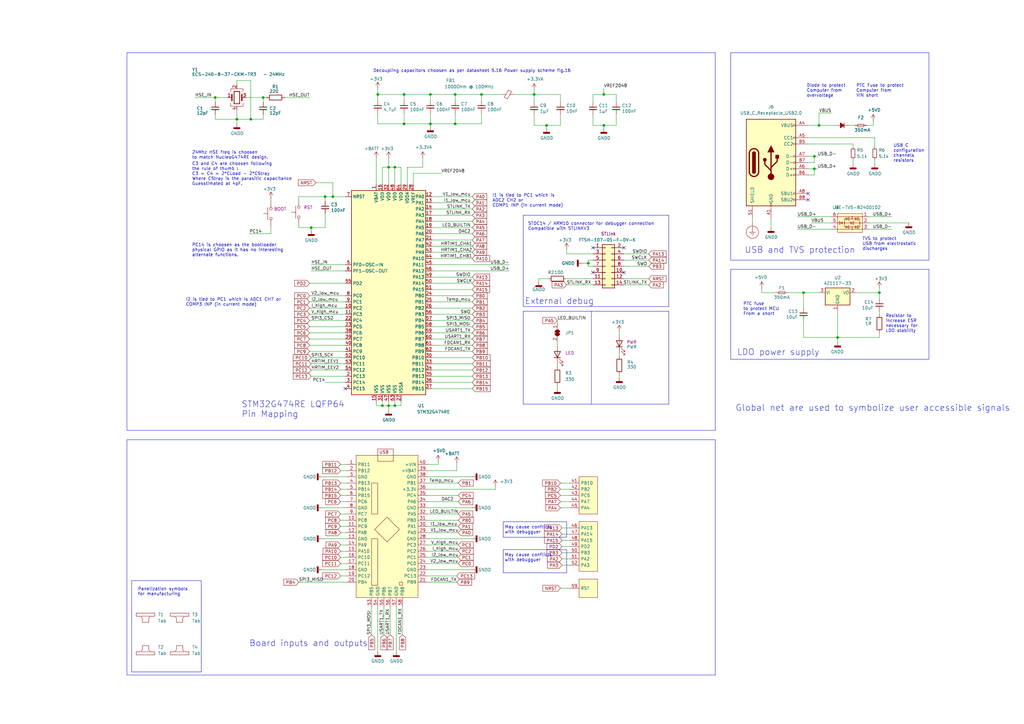
<source format=kicad_sch>
(kicad_sch (version 20230121) (generator eeschema)
  (paper "A3")
  (title_block (title "SPIN V1.0.0") (date "2021-06-04") (company "https://gitlab.laas.fr/owntech/boards/SPIN") (comment 1 "Alinei") (comment 2 "Villa") (comment 3 "Villa") (comment 4 "GFE"))
  (junction (at 154.94 38.735))
  (junction (at 161.925 68.58))
  (junction (at 159.385 166.37))
  (junction (at 165.735 38.735))
  (junction (at 329.565 120.015))
  (junction (at 161.925 166.37))
  (junction (at 176.53 50.8))
  (junction (at 334.01 69.215))
  (junction (at 159.385 68.58))
  (junction (at 197.485 38.735))
  (junction (at 186.69 38.735))
  (junction (at 360.68 120.015))
  (junction (at 224.155 51.435))
  (junction (at 335.915 51.435))
  (junction (at 219.075 38.735))
  (junction (at 133.35 80.645))
  (junction (at 343.535 138.43))
  (junction (at 97.155 48.895))
  (junction (at 176.53 38.735))
  (junction (at 88.265 40.005))
  (junction (at 334.01 64.135))
  (junction (at 156.845 166.37))
  (junction (at 107.95 40.005))
  (junction (at 186.69 50.8))
  (junction (at 136.525 80.645))
  (junction (at 165.735 50.8))
  (junction (at 247.65 38.735))
  (junction (at 241.3 107.95))
  (junction (at 127.635 93.345))
  (junction (at 102.87 48.895))
  (junction (at 247.65 51.435))
  (no_connect (at 331.47 81.915))
  (no_connect (at 331.47 79.375))
  (no_connect (at 255.905 101.6))
  (no_connect (at 255.905 111.76))
  (no_connect (at 243.205 111.76))
  (no_connect (at 243.205 101.6))
  (no_connect (at 141.605 159.385))
  (wire (pts (xy 111.125 81.28) (xy 111.125 82.55)))
  (polyline (pts (xy 274.32 127.635) (xy 274.32 165.735)))
  (wire (pts (xy 243.205 38.735) (xy 247.65 38.735)))
  (wire (pts (xy 175.26 190.5) (xy 179.705 190.5)))
  (wire (pts (xy 88.265 40.005) (xy 93.345 40.005)))
  (wire (pts (xy 334.01 69.215) (xy 335.28 69.215)))
  (wire (pts (xy 219.075 46.99) (xy 219.075 51.435)))
  (wire (pts (xy 254 144.78) (xy 254 146.05)))
  (wire (pts (xy 156.845 68.58) (xy 159.385 68.58)))
  (wire (pts (xy 161.925 164.465) (xy 161.925 166.37)))
  (wire (pts (xy 193.675 220.98) (xy 175.26 220.98)))
  (wire (pts (xy 154.94 46.355) (xy 154.94 50.8)))
  (wire (pts (xy 340.995 46.355) (xy 335.915 46.355)))
  (wire (pts (xy 88.265 41.91) (xy 88.265 40.005)))
  (wire (pts (xy 154.94 38.735) (xy 154.94 41.275)))
  (wire (pts (xy 177.165 80.645) (xy 193.675 80.645)))
  (wire (pts (xy 80.01 40.005) (xy 88.265 40.005)))
  (wire (pts (xy 331.47 56.515) (xy 358.775 56.515)))
  (wire (pts (xy 139.7 215.9) (xy 142.24 215.9)))
  (wire (pts (xy 139.7 210.82) (xy 142.24 210.82)))
  (polyline (pts (xy 299.72 110.49) (xy 381 110.49)))
  (wire (pts (xy 176.53 50.8) (xy 176.53 52.07)))
  (wire (pts (xy 154.305 164.465) (xy 154.305 166.37)))
  (wire (pts (xy 177.165 111.125) (xy 208.915 111.125)))
  (wire (pts (xy 335.915 120.015) (xy 329.565 120.015)))
  (wire (pts (xy 219.075 38.735) (xy 219.075 36.83)))
  (wire (pts (xy 266.065 104.14) (xy 255.905 104.14)))
  (wire (pts (xy 139.7 200.66) (xy 142.24 200.66)))
  (wire (pts (xy 139.7 228.6) (xy 142.24 228.6)))
  (wire (pts (xy 177.165 126.365) (xy 193.675 126.365)))
  (wire (pts (xy 161.925 75.565) (xy 161.925 68.58)))
  (wire (pts (xy 127 141.605) (xy 141.605 141.605)))
  (wire (pts (xy 116.84 40.005) (xy 127 40.005)))
  (wire (pts (xy 177.165 151.765) (xy 193.675 151.765)))
  (wire (pts (xy 176.53 50.8) (xy 186.69 50.8)))
  (wire (pts (xy 219.075 51.435) (xy 224.155 51.435)))
  (wire (pts (xy 127.635 108.585) (xy 141.605 108.585)))
  (wire (pts (xy 343.535 127.635) (xy 343.535 138.43)))
  (wire (pts (xy 241.3 106.68) (xy 241.3 107.95)))
  (wire (pts (xy 97.155 34.925) (xy 97.155 33.02)))
  (wire (pts (xy 176.53 38.735) (xy 186.69 38.735)))
  (wire (pts (xy 127.635 151.765) (xy 141.605 151.765)))
  (wire (pts (xy 175.26 203.2) (xy 187.96 203.2)))
  (wire (pts (xy 332.74 91.44) (xy 340.995 91.44)))
  (wire (pts (xy 156.845 164.465) (xy 156.845 166.37)))
  (wire (pts (xy 175.26 215.9) (xy 187.96 215.9)))
  (wire (pts (xy 111.125 92.71) (xy 111.125 95.885)))
  (wire (pts (xy 177.165 85.725) (xy 193.675 85.725)))
  (wire (pts (xy 132.08 195.58) (xy 142.24 195.58)))
  (wire (pts (xy 169.545 75.565) (xy 169.545 71.12)))
  (wire (pts (xy 139.7 198.12) (xy 142.24 198.12)))
  (wire (pts (xy 335.915 51.435) (xy 342.9 51.435)))
  (polyline (pts (xy 381 110.49) (xy 381 147.32)))
  (wire (pts (xy 247.65 36.195) (xy 247.65 38.735)))
  (wire (pts (xy 230.505 229.235) (xy 233.68 229.235)))
  (wire (pts (xy 139.7 226.06) (xy 142.24 226.06)))
  (wire (pts (xy 175.26 200.66) (xy 203.2 200.66)))
  (wire (pts (xy 139.7 193.04) (xy 142.24 193.04)))
  (wire (pts (xy 232.41 102.235) (xy 232.41 104.14)))
  (polyline (pts (xy 214.63 165.735) (xy 214.63 127.635)))
  (wire (pts (xy 142.24 190.5) (xy 139.7 190.5)))
  (polyline (pts (xy 214.63 127.635) (xy 274.32 127.635)))
  (wire (pts (xy 347.98 51.435) (xy 350.52 51.435)))
  (wire (pts (xy 229.87 46.99) (xy 229.87 51.435)))
  (wire (pts (xy 238.76 107.95) (xy 241.3 107.95)))
  (wire (pts (xy 127 128.905) (xy 141.605 128.905)))
  (wire (pts (xy 193.675 144.145) (xy 177.165 144.145)))
  (wire (pts (xy 252.73 38.735) (xy 252.73 41.91)))
  (wire (pts (xy 331.47 64.135) (xy 334.01 64.135)))
  (wire (pts (xy 162.56 267.335) (xy 162.56 248.92)))
  (wire (pts (xy 228.6 140.335) (xy 228.6 141.605)))
  (wire (pts (xy 197.485 38.735) (xy 205.74 38.735)))
  (wire (pts (xy 127.635 111.125) (xy 141.605 111.125)))
  (wire (pts (xy 312.42 118.11) (xy 312.42 120.015)))
  (wire (pts (xy 127 121.285) (xy 141.605 121.285)))
  (wire (pts (xy 177.165 149.225) (xy 193.675 149.225)))
  (wire (pts (xy 203.2 199.39) (xy 203.2 200.66)))
  (wire (pts (xy 349.885 65.405) (xy 349.885 67.31)))
  (wire (pts (xy 139.7 236.22) (xy 142.24 236.22)))
  (wire (pts (xy 193.675 136.525) (xy 177.165 136.525)))
  (wire (pts (xy 175.26 231.14) (xy 187.96 231.14)))
  (wire (pts (xy 177.165 131.445) (xy 193.675 131.445)))
  (wire (pts (xy 329.565 131.445) (xy 329.565 138.43)))
  (wire (pts (xy 132.08 220.98) (xy 142.24 220.98)))
  (wire (pts (xy 102.235 95.885) (xy 111.125 95.885)))
  (wire (pts (xy 177.165 98.425) (xy 193.675 98.425)))
  (wire (pts (xy 177.165 90.805) (xy 193.675 90.805)))
  (wire (pts (xy 133.35 156.845) (xy 141.605 156.845)))
  (wire (pts (xy 228.6 158.115) (xy 228.6 159.385)))
  (wire (pts (xy 139.7 213.36) (xy 142.24 213.36)))
  (wire (pts (xy 175.26 228.6) (xy 187.96 228.6)))
  (wire (pts (xy 229.87 205.74) (xy 233.68 205.74)))
  (wire (pts (xy 343.535 138.43) (xy 360.68 138.43)))
  (wire (pts (xy 175.26 226.06) (xy 187.96 226.06)))
  (polyline (pts (xy 381 147.32) (xy 299.72 147.32)))
  (wire (pts (xy 97.155 45.085) (xy 97.155 48.895)))
  (wire (pts (xy 127 139.065) (xy 141.605 139.065)))
  (wire (pts (xy 243.205 46.99) (xy 243.205 51.435)))
  (wire (pts (xy 177.165 139.065) (xy 193.675 139.065)))
  (wire (pts (xy 127 144.145) (xy 141.605 144.145)))
  (wire (pts (xy 241.3 109.22) (xy 243.205 109.22)))
  (wire (pts (xy 165.735 50.8) (xy 176.53 50.8)))
  (wire (pts (xy 230.505 216.535) (xy 233.68 216.535)))
  (wire (pts (xy 186.69 46.355) (xy 186.69 50.8)))
  (wire (pts (xy 157.48 248.92) (xy 157.48 260.35)))
  (wire (pts (xy 230.505 224.155) (xy 233.68 224.155)))
  (wire (pts (xy 349.885 59.055) (xy 349.885 60.325)))
  (wire (pts (xy 197.485 50.8) (xy 197.485 46.355)))
  (wire (pts (xy 122.555 93.345) (xy 122.555 92.075)))
  (wire (pts (xy 229.87 38.735) (xy 219.075 38.735)))
  (wire (pts (xy 177.165 141.605) (xy 193.675 141.605)))
  (wire (pts (xy 165.735 46.355) (xy 165.735 50.8)))
  (wire (pts (xy 232.41 114.3) (xy 243.205 114.3)))
  (wire (pts (xy 179.705 189.23) (xy 179.705 190.5)))
  (wire (pts (xy 177.165 128.905) (xy 193.675 128.905)))
  (wire (pts (xy 165.1 248.92) (xy 165.1 260.35)))
  (wire (pts (xy 177.165 108.585) (xy 208.915 108.585)))
  (wire (pts (xy 219.075 41.91) (xy 219.075 38.735)))
  (wire (pts (xy 139.7 205.74) (xy 142.24 205.74)))
  (wire (pts (xy 152.4 260.35) (xy 152.4 248.92)))
  (wire (pts (xy 136.525 74.93) (xy 136.525 80.645)))
  (wire (pts (xy 312.42 120.015) (xy 318.135 120.015)))
  (wire (pts (xy 327.025 93.98) (xy 340.995 93.98)))
  (wire (pts (xy 173.355 68.58) (xy 167.005 68.58)))
  (wire (pts (xy 255.905 114.3) (xy 266.065 114.3)))
  (wire (pts (xy 177.165 118.745) (xy 193.675 118.745)))
  (wire (pts (xy 360.68 127.635) (xy 360.68 128.905)))
  (wire (pts (xy 193.675 233.68) (xy 175.26 233.68)))
  (wire (pts (xy 177.165 100.965) (xy 193.675 100.965)))
  (wire (pts (xy 193.675 88.265) (xy 177.165 88.265)))
  (wire (pts (xy 175.26 238.76) (xy 187.325 238.76)))
  (wire (pts (xy 175.26 213.36) (xy 187.96 213.36)))
  (wire (pts (xy 243.205 41.91) (xy 243.205 38.735)))
  (wire (pts (xy 100.965 40.005) (xy 107.95 40.005)))
  (wire (pts (xy 133.35 80.645) (xy 122.555 80.645)))
  (wire (pts (xy 154.94 38.735) (xy 165.735 38.735)))
  (wire (pts (xy 334.01 66.675) (xy 334.01 64.135)))
  (wire (pts (xy 329.565 138.43) (xy 343.535 138.43)))
  (wire (pts (xy 334.01 64.135) (xy 335.28 64.135)))
  (wire (pts (xy 356.235 88.9) (xy 365.76 88.9)))
  (wire (pts (xy 229.87 241.3) (xy 233.68 241.3)))
  (wire (pts (xy 141.605 149.225) (xy 127.635 149.225)))
  (wire (pts (xy 122.555 80.645) (xy 122.555 81.915)))
  (wire (pts (xy 331.47 66.675) (xy 334.01 66.675)))
  (wire (pts (xy 230.505 219.075) (xy 233.68 219.075)))
  (wire (pts (xy 176.53 46.355) (xy 176.53 50.8)))
  (wire (pts (xy 127 126.365) (xy 141.605 126.365)))
  (wire (pts (xy 360.68 120.015) (xy 360.68 122.555)))
  (wire (pts (xy 186.69 50.8) (xy 197.485 50.8)))
  (wire (pts (xy 164.465 166.37) (xy 164.465 164.465)))
  (wire (pts (xy 228.6 131.445) (xy 228.6 132.715)))
  (wire (pts (xy 175.26 236.22) (xy 187.325 236.22)))
  (wire (pts (xy 127 123.825) (xy 141.605 123.825)))
  (wire (pts (xy 241.3 107.95) (xy 241.3 109.22)))
  (wire (pts (xy 334.01 71.755) (xy 334.01 69.215)))
  (polyline (pts (xy 274.32 125.73) (xy 274.32 88.265)))
  (wire (pts (xy 308.61 89.535) (xy 308.61 91.44)))
  (wire (pts (xy 102.87 48.895) (xy 107.95 48.895)))
  (wire (pts (xy 156.845 166.37) (xy 159.385 166.37)))
  (wire (pts (xy 139.7 223.52) (xy 142.24 223.52)))
  (wire (pts (xy 127 136.525) (xy 141.605 136.525)))
  (wire (pts (xy 224.155 51.435) (xy 224.155 52.705)))
  (wire (pts (xy 159.385 166.37) (xy 161.925 166.37)))
  (wire (pts (xy 164.465 75.565) (xy 164.465 68.58)))
  (polyline (pts (xy 299.72 110.49) (xy 299.72 147.32)))
  (wire (pts (xy 224.155 51.435) (xy 229.87 51.435)))
  (wire (pts (xy 154.94 50.8) (xy 165.735 50.8)))
  (wire (pts (xy 254 135.89) (xy 254 137.16)))
  (polyline (pts (xy 214.63 125.73) (xy 274.32 125.73)))
  (wire (pts (xy 177.165 106.045) (xy 193.675 106.045)))
  (wire (pts (xy 220.98 114.3) (xy 220.98 115.57)))
  (wire (pts (xy 129.54 74.93) (xy 136.525 74.93)))
  (wire (pts (xy 141.605 80.645) (xy 136.525 80.645)))
  (wire (pts (xy 229.87 208.28) (xy 233.68 208.28)))
  (wire (pts (xy 127 131.445) (xy 141.605 131.445)))
  (wire (pts (xy 335.915 46.355) (xy 335.915 51.435)))
  (wire (pts (xy 154.94 38.735) (xy 154.94 36.195)))
  (wire (pts (xy 177.165 133.985) (xy 193.675 133.985)))
  (wire (pts (xy 177.165 95.885) (xy 193.675 95.885)))
  (wire (pts (xy 360.68 118.11) (xy 360.68 120.015)))
  (wire (pts (xy 132.08 208.28) (xy 142.24 208.28)))
  (wire (pts (xy 159.385 168.275) (xy 159.385 166.37)))
  (wire (pts (xy 177.165 123.825) (xy 193.675 123.825)))
  (wire (pts (xy 220.98 114.3) (xy 224.79 114.3)))
  (wire (pts (xy 351.155 120.015) (xy 360.68 120.015)))
  (wire (pts (xy 243.205 51.435) (xy 247.65 51.435)))
  (wire (pts (xy 159.385 75.565) (xy 159.385 68.58)))
  (wire (pts (xy 230.505 226.695) (xy 233.68 226.695)))
  (wire (pts (xy 229.87 203.2) (xy 233.68 203.2)))
  (wire (pts (xy 247.65 52.705) (xy 247.65 51.435)))
  (wire (pts (xy 247.65 51.435) (xy 252.73 51.435)))
  (wire (pts (xy 159.385 164.465) (xy 159.385 166.37)))
  (wire (pts (xy 107.95 40.005) (xy 107.95 41.91)))
  (wire (pts (xy 139.7 231.14) (xy 142.24 231.14)))
  (wire (pts (xy 175.26 223.52) (xy 187.96 223.52)))
  (wire (pts (xy 356.235 91.44) (xy 372.745 91.44)))
  (wire (pts (xy 229.87 198.12) (xy 233.68 198.12)))
  (wire (pts (xy 232.41 116.84) (xy 243.205 116.84)))
  (wire (pts (xy 161.925 166.37) (xy 164.465 166.37)))
  (wire (pts (xy 177.165 156.845) (xy 193.675 156.845)))
  (wire (pts (xy 358.775 56.515) (xy 358.775 60.325)))
  (wire (pts (xy 266.065 116.84) (xy 255.905 116.84)))
  (wire (pts (xy 160.02 248.92) (xy 160.02 260.35)))
  (wire (pts (xy 177.165 113.665) (xy 193.675 113.665)))
  (wire (pts (xy 133.35 87.63) (xy 133.35 93.345)))
  (wire (pts (xy 175.26 205.74) (xy 187.96 205.74)))
  (wire (pts (xy 177.165 103.505) (xy 193.675 103.505)))
  (wire (pts (xy 228.6 149.225) (xy 228.6 150.495)))
  (wire (pts (xy 230.505 221.615) (xy 233.68 221.615)))
  (wire (pts (xy 177.165 159.385) (xy 193.675 159.385)))
  (wire (pts (xy 254 153.67) (xy 254 154.94)))
  (wire (pts (xy 169.545 71.12) (xy 180.975 71.12)))
  (wire (pts (xy 127.635 154.305) (xy 141.605 154.305)))
  (wire (pts (xy 193.675 208.28) (xy 175.26 208.28)))
  (wire (pts (xy 175.26 198.12) (xy 187.96 198.12)))
  (wire (pts (xy 243.205 106.68) (xy 241.3 106.68)))
  (polyline (pts (xy 242.57 127.635) (xy 242.57 165.735)))
  (wire (pts (xy 360.68 136.525) (xy 360.68 138.43)))
  (wire (pts (xy 165.735 38.735) (xy 176.53 38.735)))
  (wire (pts (xy 229.87 200.66) (xy 233.68 200.66)))
  (wire (pts (xy 176.53 41.275) (xy 176.53 38.735)))
  (wire (pts (xy 127 116.205) (xy 141.605 116.205)))
  (wire (pts (xy 316.23 89.535) (xy 316.23 93.345)))
  (wire (pts (xy 331.47 51.435) (xy 335.915 51.435)))
  (wire (pts (xy 154.94 267.335) (xy 154.94 248.92)))
  (wire (pts (xy 132.08 233.68) (xy 142.24 233.68)))
  (wire (pts (xy 154.305 166.37) (xy 156.845 166.37)))
  (wire (pts (xy 133.35 80.645) (xy 136.525 80.645)))
  (wire (pts (xy 266.065 106.68) (xy 255.905 106.68)))
  (wire (pts (xy 109.22 40.005) (xy 107.95 40.005)))
  (wire (pts (xy 139.7 218.44) (xy 142.24 218.44)))
  (wire (pts (xy 358.14 49.53) (xy 358.14 51.435)))
  (wire (pts (xy 127.635 93.345) (xy 122.555 93.345)))
  (wire (pts (xy 193.675 195.58) (xy 175.26 195.58)))
  (wire (pts (xy 230.505 231.775) (xy 233.68 231.775)))
  (polyline (pts (xy 214.63 88.265) (xy 214.63 125.73)))
  (wire (pts (xy 331.47 59.055) (xy 349.885 59.055)))
  (wire (pts (xy 97.155 48.895) (xy 102.87 48.895)))
  (wire (pts (xy 165.735 41.275) (xy 165.735 38.735)))
  (wire (pts (xy 331.47 71.755) (xy 334.01 71.755)))
  (wire (pts (xy 133.35 80.645) (xy 133.35 82.55)))
  (wire (pts (xy 331.47 69.215) (xy 334.01 69.215)))
  (wire (pts (xy 156.845 68.58) (xy 156.845 75.565)))
  (wire (pts (xy 177.165 116.205) (xy 193.675 116.205)))
  (wire (pts (xy 107.95 48.895) (xy 107.95 46.99)))
  (wire (pts (xy 329.565 126.365) (xy 329.565 120.015)))
  (wire (pts (xy 255.905 109.22) (xy 266.065 109.22)))
  (wire (pts (xy 88.265 48.895) (xy 97.155 48.895)))
  (wire (pts (xy 133.35 93.345) (xy 127.635 93.345)))
  (wire (pts (xy 102.87 33.02) (xy 102.87 48.895)))
  (wire (pts (xy 175.26 218.44) (xy 187.96 218.44)))
  (wire (pts (xy 247.65 38.735) (xy 252.73 38.735)))
  (wire (pts (xy 175.26 210.82) (xy 187.96 210.82)))
  (wire (pts (xy 197.485 38.735) (xy 197.485 41.275)))
  (wire (pts (xy 154.305 64.77) (xy 154.305 75.565)))
  (wire (pts (xy 161.925 68.58) (xy 164.465 68.58)))
  (wire (pts (xy 173.355 64.77) (xy 173.355 68.58)))
  (wire (pts (xy 177.165 121.285) (xy 193.675 121.285)))
  (wire (pts (xy 358.775 65.405) (xy 358.775 67.31)))
  (wire (pts (xy 167.005 68.58) (xy 167.005 75.565)))
  (wire (pts (xy 127 133.985) (xy 141.605 133.985)))
  (wire (pts (xy 210.82 38.735) (xy 219.075 38.735)))
  (wire (pts (xy 355.6 51.435) (xy 358.14 51.435)))
  (polyline (pts (xy 274.32 88.265) (xy 214.63 88.265)))
  (wire (pts (xy 127.635 94.615) (xy 127.635 93.345)))
  (wire (pts (xy 177.165 83.185) (xy 193.675 83.185)))
  (wire (pts (xy 187.325 193.04) (xy 175.26 193.04)))
  (wire (pts (xy 343.535 138.43) (xy 343.535 140.335)))
  (wire (pts (xy 141.605 146.685) (xy 127.635 146.685)))
  (polyline (pts (xy 214.63 165.735) (xy 274.32 165.735)))
  (wire (pts (xy 356.235 93.98) (xy 365.76 93.98)))
  (wire (pts (xy 232.41 104.14) (xy 243.205 104.14)))
  (wire (pts (xy 323.215 120.015) (xy 329.565 120.015)))
  (wire (pts (xy 139.7 203.2) (xy 142.24 203.2)))
  (wire (pts (xy 97.155 48.895) (xy 97.155 50.8)))
  (wire (pts (xy 177.165 93.345) (xy 193.675 93.345)))
  (wire (pts (xy 88.265 46.99) (xy 88.265 48.895)))
  (wire (pts (xy 177.165 154.305) (xy 193.675 154.305)))
  (wire (pts (xy 186.69 38.735) (xy 197.485 38.735)))
  (wire (pts (xy 252.73 51.435) (xy 252.73 46.99)))
  (wire (pts (xy 159.385 68.58) (xy 161.925 68.58)))
  (wire (pts (xy 122.555 238.76) (xy 142.24 238.76)))
  (wire (pts (xy 186.69 41.275) (xy 186.69 38.735)))
  (wire (pts (xy 177.165 146.685) (xy 193.675 146.685)))
  (wire (pts (xy 327.025 88.9) (xy 340.995 88.9)))
  (wire (pts (xy 159.385 64.77) (xy 159.385 68.58)))
  (wire (pts (xy 187.325 189.865) (xy 187.325 193.04)))
  (wire (pts (xy 97.155 33.02) (xy 102.87 33.02)))
  (wire (pts (xy 229.87 41.91) (xy 229.87 38.735)))
  (rectangle (start 206.375 225.425) (end 232.41 234.95))
  (rectangle (start 52.07 180.34) (end 293.37 276.86))
  (rectangle (start 52.07 21.59) (end 293.37 176.53))
  (rectangle (start 206.375 213.995) (end 232.41 220.345))
  (rectangle (start 53.975 238.125) (end 82.55 275.59))
  (rectangle (start 299.72 21.59) (end 381 106.68))
  (text "PC14 is choosen as the bootloader \nphysical GPIO as it has no interesting\nalternate functions." (at 78.74 105.41 0) (effects (font (size 1.27 1.27)) (justify left bottom)))
  (text "PTC Fuse to protect \nComputer from \nVIN short" (at 351.155 40.005 0) (effects (font (size 1.27 1.27)) (justify left bottom)))
  (text "USB C \nconfiguration \nchannels\nresistors\n" (at 366.395 66.675 0) (effects (font (size 1.27 1.27)) (justify left bottom)))
  (text "STDC14 / ARM10 connector for debugger connection\nCompatible with STLINKV3\n" (at 216.535 94.615 0) (effects (font (size 1.27 1.27)) (justify left bottom)))
  (text "Decoupling capacitors choosen as per datasheet 5.16 Power supply scheme fig.16\n" (at 153.035 29.845 0) (effects (font (size 1.27 1.27)) (justify left bottom)))
  (text "May cause conflicts\nwith debugguer\n" (at 207.01 230.505 0) (effects (font (size 1.27 1.27)) (justify left bottom)))
  (text "I1 is tied to PC1 which is \nADC2 CH2 or \nCOMP1 INP (in current mode)" (at 201.93 85.09 0) (effects (font (size 1.27 1.27)) (justify left bottom)))
  (text "LDO power supply" (at 302.26 146.05 0) (effects (font (size 2.4892 2.4892)) (justify left bottom)))
  (text "STM32G474RE LQFP64\nPin Mapping" (at 99.06 171.45 0) (effects (font (size 2.4892 2.4892)) (justify left bottom)))
  (text "Diode to protect \nComputer from\novervoltage" (at 330.835 40.005 0) (effects (font (size 1.27 1.27)) (justify left bottom)))
  (text "Global net are used to symbolize user accessible signals\n" (at 301.625 168.91 0) (effects (font (size 2.54 2.54)) (justify left bottom)))
  (text "I2 is tied to PC1 which is ADC1 CH7 or \nCOMP3 INP (in current mode)" (at 76.2 125.73 0) (effects (font (size 1.27 1.27)) (justify left bottom)))
  (text "USB and TVS protection" (at 305.435 104.14 0) (effects (font (size 2.4892 2.4892)) (justify left bottom)))
  (text "External debug" (at 215.265 125.095 0) (effects (font (size 2.4892 2.4892)) (justify left bottom)))
  (text "TVS to protect \nUSB from electrostatic \ndischarges" (at 353.695 102.87 0) (effects (font (size 1.27 1.27)) (justify left bottom)))
  (text "Resistor to \nincrease ESR \nnecessary for\nLDO stability" (at 363.22 136.525 0) (effects (font (size 1.27 1.27)) (justify left bottom)))
  (text "PTC fuse\nto protect MCU\nFrom a short" (at 304.8 129.54 0) (effects (font (size 1.27 1.27)) (justify left bottom)))
  (text "C3 and C4 are choosen following \nthe rule of thumb : \nC3 = C4 = 2*CLoad - 2*CStray \nWhere CStray is the parasitic capacitance\nGuesstimated at 4pF." (at 78.74 76.2 0) (effects (font (size 1.27 1.27)) (justify left bottom)))
  (text "May cause conflicts\nwith debugguer\n" (at 207.01 219.075 0) (effects (font (size 1.27 1.27)) (justify left bottom)))
  (text "Panelization symbols\nfor manufacturing\n" (at 56.515 244.475 0) (effects (font (size 1.27 1.27)) (justify left bottom)))
  (text "Board inputs and outputs" (at 102.235 265.43 0) (effects (font (size 2.4892 2.4892)) (justify left bottom)))
  (text "24Mhz HSE freq is choosen\nto match NucleoG474RE design. " (at 78.74 65.405 0) (effects (font (size 1.27 1.27)) (justify left bottom)))
  (label "V1_low_mcu" (at 176.53 218.44 0))
  (label "SWO" (at 193.04 128.905 180))
  (label "USB_D+" (at 327.025 88.9 0))
  (label "HRTIM_EEV2" (at 127.635 151.765 0))
  (label "SPI3_CS2" (at 127.635 131.445 0))
  (label "SPI3_MOSI" (at 152.4 260.35 90))
  (label "V1_low_mcu" (at 193.04 80.645 180))
  (label "VBUS" (at 332.74 91.44 0))
  (label "HRTIM1_CHA2" (at 193.675 103.505 180))
  (label "VREF2048" (at 247.65 36.195 0))
  (label "HSE_IN" (at 127.635 108.585 0))
  (label "SPI3_SCK" (at 127.635 146.685 0))
  (label "V_high_mcu" (at 187.96 223.52 180))
  (label "HRTIM1_CHB1" (at 193.675 106.045 180))
  (label "USB_D-" (at 208.915 108.585 180))
  (label "HRTIM1_CHA1" (at 193.675 100.965 180))
  (label "SPI3_MISO" (at 122.555 238.76 0))
  (label "I1_low_mcu" (at 193.04 83.185 180))
  (label "FDCAN1_RX" (at 193.04 141.605 180))
  (label "STLINK_RX" (at 193.04 88.265 180))
  (label "I1_low_mcu" (at 176.53 215.9 0))
  (label "VBUS" (at 340.995 46.355 180))
  (label "V2_low_mcu" (at 127.635 121.285 0))
  (label "SWO" (at 265.43 109.22 180))
  (label "USART1_TX" (at 157.48 260.35 90))
  (label "HSE_OUT" (at 127 40.005 180))
  (label "V_high_mcu" (at 127.635 128.905 0))
  (label "HRTIM_EEV1" (at 127.635 149.225 0))
  (label "V2_low_mcu" (at 187.96 231.14 180))
  (label "DAC2" (at 193.04 95.885 180))
  (label "USART1_RX" (at 193.04 139.065 180))
  (label "USB_D-" (at 365.76 93.98 180))
  (label "SWCLK" (at 193.675 116.205 180))
  (label "DAC2" (at 186.055 205.74 180))
  (label "STLINK_TX" (at 265.43 116.84 180))
  (label "I_high_mcu" (at 187.96 226.06 180))
  (label "LED_BUILTIN" (at 193.04 93.345 180))
  (label "Temp_mcu" (at 193.04 123.825 180))
  (label "VREF2048" (at 180.975 71.12 0))
  (label "I2_low_mcu" (at 187.96 228.6 180))
  (label "LED_BUILTIN" (at 228.6 131.445 0))
  (label "USB_D-" (at 335.28 64.135 0))
  (label "FDCAN1_TX" (at 193.04 144.145 180))
  (label "STLINK_TX" (at 193.04 85.725 180))
  (label "SPI3_MOSI" (at 193.04 133.985 180))
  (label "I2_low_mcu" (at 127.635 123.825 0))
  (label "SWDIO" (at 265.43 104.14 180))
  (label "Temp_mcu" (at 186.055 198.12 180))
  (label "USB_D-" (at 327.025 93.98 0))
  (label "USB_D+" (at 335.28 69.215 0))
  (label "HSE_IN" (at 80.01 40.005 0))
  (label "FDCAN1_RX" (at 165.1 260.35 90))
  (label "SWCLK" (at 265.43 106.68 180))
  (label "SWDIO" (at 193.04 113.665 180))
  (label "FDCAN1_TX" (at 187.325 238.76 180))
  (label "USB_D+" (at 208.915 111.125 180))
  (label "PC14" (at 102.235 95.885 0))
  (label "LED_BUILTIN" (at 187.96 210.82 180))
  (label "USART1_RX" (at 160.02 260.35 90))
  (label "USART1_TX" (at 193.04 136.525 180))
  (label "STLINK_RX" (at 232.41 116.84 0))
  (label "HSE_OUT" (at 127.635 111.125 0))
  (label "USB_D+" (at 365.76 88.9 180))
  (label "PC14" (at 133.35 156.845 180))
  (label "SPI3_MISO" (at 193.04 131.445 180))
  (label "I_high_mcu" (at 127.635 126.365 0))
  (global_label "PC0" (shape input) (at 187.96 231.14 0) (property "Intersheetrefs" "${INTERSHEET_REFS}" (effects hide)) (property "Références Inter-Feuilles" "${INTERSHEET_REFS}" (effects hide)))
  (global_label "PB3" (shape input) (at 193.675 128.905 0) (property "Intersheetrefs" "${INTERSHEET_REFS}" (effects hide)) (property "Références Inter-Feuilles" "${INTERSHEET_REFS}" (effects hide)))
  (global_label "PC10" (shape input) (at 127.635 146.685 180) (property "Intersheetrefs" "${INTERSHEET_REFS}" (effects hide)) (property "Références Inter-Feuilles" "${INTERSHEET_REFS}" (effects hide)))
  (global_label "PB5" (shape input) (at 152.4 260.35 270) (property "Intersheetrefs" "${INTERSHEET_REFS}" (effects hide)) (property "Références Inter-Feuilles" "${INTERSHEET_REFS}" (effects hide)))
  (global_label "NRST" (shape input) (at 129.54 74.93 180) (property "Intersheetrefs" "${INTERSHEET_REFS}" (effects hide)))
  (global_label "PC2" (shape input) (at 127 126.365 180) (property "Intersheetrefs" "${INTERSHEET_REFS}" (effects hide)) (property "Références Inter-Feuilles" "${INTERSHEET_REFS}" (effects hide)))
  (global_label "PA9" (shape input) (at 193.675 103.505 0) (property "Intersheetrefs" "${INTERSHEET_REFS}" (effects hide)) (property "Références Inter-Feuilles" "${INTERSHEET_REFS}" (effects hide)))
  (global_label "PA2" (shape input) (at 193.675 85.725 0) (property "Intersheetrefs" "${INTERSHEET_REFS}" (effects hide)) (property "Références Inter-Feuilles" "${INTERSHEET_REFS}" (effects hide)))
  (global_label "PB6" (shape input) (at 193.675 136.525 0) (property "Intersheetrefs" "${INTERSHEET_REFS}" (effects hide)) (property "Références Inter-Feuilles" "${INTERSHEET_REFS}" (effects hide)))
  (global_label "PA14" (shape input) (at 266.065 106.68 0) (property "Intersheetrefs" "${INTERSHEET_REFS}" (effects hide)) (property "Références Inter-Feuilles" "${INTERSHEET_REFS}" (effects hide)))
  (global_label "PB8" (shape input) (at 193.675 141.605 0) (property "Intersheetrefs" "${INTERSHEET_REFS}" (effects hide)) (property "Références Inter-Feuilles" "${INTERSHEET_REFS}" (effects hide)))
  (global_label "NRST" (shape input) (at 266.065 114.3 0) (property "Intersheetrefs" "${INTERSHEET_REFS}" (effects hide)))
  (global_label "PB0" (shape input) (at 187.96 213.36 0) (property "Intersheetrefs" "${INTERSHEET_REFS}" (effects hide)) (property "Références Inter-Feuilles" "${INTERSHEET_REFS}" (effects hide)))
  (global_label "PC5" (shape input) (at 229.87 203.2 180) (property "Intersheetrefs" "${INTERSHEET_REFS}" (effects hide)) (property "Références Inter-Feuilles" "${INTERSHEET_REFS}" (effects hide)))
  (global_label "PA1" (shape input) (at 187.96 215.9 0) (property "Intersheetrefs" "${INTERSHEET_REFS}" (effects hide)) (property "Références Inter-Feuilles" "${INTERSHEET_REFS}" (effects hide)))
  (global_label "PD2" (shape input) (at 127 116.205 180) (property "Intersheetrefs" "${INTERSHEET_REFS}" (effects hide)) (property "Références Inter-Feuilles" "${INTERSHEET_REFS}" (effects hide)))
  (global_label "PA8" (shape input) (at 193.675 100.965 0) (property "Intersheetrefs" "${INTERSHEET_REFS}" (effects hide)) (property "Références Inter-Feuilles" "${INTERSHEET_REFS}" (effects hide)))
  (global_label "PC11" (shape input) (at 139.7 231.14 180) (property "Intersheetrefs" "${INTERSHEET_REFS}" (effects hide)) (property "Références Inter-Feuilles" "${INTERSHEET_REFS}" (effects hide)))
  (global_label "PB7" (shape input) (at 193.675 139.065 0) (property "Intersheetrefs" "${INTERSHEET_REFS}" (effects hide)) (property "Références Inter-Feuilles" "${INTERSHEET_REFS}" (effects hide)))
  (global_label "PA8" (shape input) (at 139.7 218.44 180) (property "Intersheetrefs" "${INTERSHEET_REFS}" (effects hide)) (property "Références Inter-Feuilles" "${INTERSHEET_REFS}" (effects hide)))
  (global_label "PB4" (shape input) (at 193.675 131.445 0) (property "Intersheetrefs" "${INTERSHEET_REFS}" (effects hide)) (property "Références Inter-Feuilles" "${INTERSHEET_REFS}" (effects hide)))
  (global_label "PB11" (shape input) (at 193.675 149.225 0) (property "Intersheetrefs" "${INTERSHEET_REFS}" (effects hide)) (property "Références Inter-Feuilles" "${INTERSHEET_REFS}" (effects hide)))
  (global_label "PC4" (shape input) (at 187.96 203.2 0) (property "Intersheetrefs" "${INTERSHEET_REFS}" (effects hide)) (property "Références Inter-Feuilles" "${INTERSHEET_REFS}" (effects hide)))
  (global_label "PB1" (shape input) (at 187.96 198.12 0) (property "Intersheetrefs" "${INTERSHEET_REFS}" (effects hide)) (property "Références Inter-Feuilles" "${INTERSHEET_REFS}" (effects hide)))
  (global_label "PB9" (shape input) (at 187.325 238.76 0) (property "Intersheetrefs" "${INTERSHEET_REFS}" (effects hide)) (property "Références Inter-Feuilles" "${INTERSHEET_REFS}" (effects hide)))
  (global_label "PA7" (shape input) (at 229.87 205.74 180) (property "Intersheetrefs" "${INTERSHEET_REFS}" (effects hide)) (property "Références Inter-Feuilles" "${INTERSHEET_REFS}" (effects hide)))
  (global_label "PC1" (shape input) (at 127 123.825 180) (property "Intersheetrefs" "${INTERSHEET_REFS}" (effects hide)) (property "Références Inter-Feuilles" "${INTERSHEET_REFS}" (effects hide)))
  (global_label "PA6" (shape input) (at 193.675 95.885 0) (property "Intersheetrefs" "${INTERSHEET_REFS}" (effects hide)) (property "Références Inter-Feuilles" "${INTERSHEET_REFS}" (effects hide)))
  (global_label "PA3" (shape input) (at 230.505 231.775 180) (property "Intersheetrefs" "${INTERSHEET_REFS}" (effects hide)) (property "Références Inter-Feuilles" "${INTERSHEET_REFS}" (effects hide)))
  (global_label "PB10" (shape input) (at 229.87 198.12 180) (property "Intersheetrefs" "${INTERSHEET_REFS}" (effects hide)) (property "Références Inter-Feuilles" "${INTERSHEET_REFS}" (effects hide)))
  (global_label "PA10" (shape input) (at 139.7 226.06 180) (property "Intersheetrefs" "${INTERSHEET_REFS}" (effects hide)) (property "Références Inter-Feuilles" "${INTERSHEET_REFS}" (effects hide)))
  (global_label "PC11" (shape input) (at 127.635 149.225 180) (property "Intersheetrefs" "${INTERSHEET_REFS}" (effects hide)) (property "Références Inter-Feuilles" "${INTERSHEET_REFS}" (effects hide)))
  (global_label "PA7" (shape input) (at 193.675 98.425 0) (property "Intersheetrefs" "${INTERSHEET_REFS}" (effects hide)) (property "Références Inter-Feuilles" "${INTERSHEET_REFS}" (effects hide)))
  (global_label "PC2" (shape input) (at 187.96 226.06 0) (property "Intersheetrefs" "${INTERSHEET_REFS}" (effects hide)) (property "Références Inter-Feuilles" "${INTERSHEET_REFS}" (effects hide)))
  (global_label "PB15" (shape input) (at 193.675 159.385 0) (property "Intersheetrefs" "${INTERSHEET_REFS}" (effects hide)) (property "Références Inter-Feuilles" "${INTERSHEET_REFS}" (effects hide)))
  (global_label "PA13" (shape input) (at 266.065 104.14 0) (property "Intersheetrefs" "${INTERSHEET_REFS}" (effects hide)) (property "Références Inter-Feuilles" "${INTERSHEET_REFS}" (effects hide)))
  (global_label "PA5" (shape input) (at 228.6 131.445 180) (property "Intersheetrefs" "${INTERSHEET_REFS}" (effects hide)) (property "Références Inter-Feuilles" "${INTERSHEET_REFS}" (effects hide)))
  (global_label "PC7" (shape input) (at 139.7 210.82 180) (property "Intersheetrefs" "${INTERSHEET_REFS}" (effects hide)) (property "Références Inter-Feuilles" "${INTERSHEET_REFS}" (effects hide)))
  (global_label "PB10" (shape input) (at 193.675 146.685 0) (property "Intersheetrefs" "${INTERSHEET_REFS}" (effects hide)) (property "Références Inter-Feuilles" "${INTERSHEET_REFS}" (effects hide)))
  (global_label "PB3" (shape input) (at 266.065 109.22 0) (property "Intersheetrefs" "${INTERSHEET_REFS}" (effects hide)) (property "Références Inter-Feuilles" "${INTERSHEET_REFS}" (effects hide)))
  (global_label "PB14" (shape input) (at 139.7 200.66 180) (property "Intersheetrefs" "${INTERSHEET_REFS}" (effects hide)) (property "Références Inter-Feuilles" "${INTERSHEET_REFS}" (effects hide)))
  (global_label "PA13" (shape input) (at 193.675 113.665 0) (property "Intersheetrefs" "${INTERSHEET_REFS}" (effects hide)) (property "Références Inter-Feuilles" "${INTERSHEET_REFS}" (effects hide)))
  (global_label "PC13" (shape input) (at 127.635 154.305 180) (property "Intersheetrefs" "${INTERSHEET_REFS}" (effects hide)) (property "Références Inter-Feuilles" "${INTERSHEET_REFS}" (effects hide)))
  (global_label "PA1" (shape input) (at 193.675 83.185 0) (property "Intersheetrefs" "${INTERSHEET_REFS}" (effects hide)) (property "Références Inter-Feuilles" "${INTERSHEET_REFS}" (effects hide)))
  (global_label "PA6" (shape input) (at 187.96 205.74 0) (property "Intersheetrefs" "${INTERSHEET_REFS}" (effects hide)) (property "Références Inter-Feuilles" "${INTERSHEET_REFS}" (effects hide)))
  (global_label "PB11" (shape input) (at 139.7 190.5 180) (property "Intersheetrefs" "${INTERSHEET_REFS}" (effects hide)) (property "Références Inter-Feuilles" "${INTERSHEET_REFS}" (effects hide)))
  (global_label "PB15" (shape input) (at 139.7 203.2 180) (property "Intersheetrefs" "${INTERSHEET_REFS}" (effects hide)) (property "Références Inter-Feuilles" "${INTERSHEET_REFS}" (effects hide)))
  (global_label "PA3" (shape input) (at 193.675 88.265 0) (property "Intersheetrefs" "${INTERSHEET_REFS}" (effects hide)) (property "Références Inter-Feuilles" "${INTERSHEET_REFS}" (effects hide)))
  (global_label "PC12" (shape input) (at 127.635 151.765 180) (property "Intersheetrefs" "${INTERSHEET_REFS}" (effects hide)) (property "Références Inter-Feuilles" "${INTERSHEET_REFS}" (effects hide)))
  (global_label "PB1" (shape input) (at 193.675 123.825 0) (property "Intersheetrefs" "${INTERSHEET_REFS}" (effects hide)) (property "Références Inter-Feuilles" "${INTERSHEET_REFS}" (effects hide)))
  (global_label "PB13" (shape input) (at 139.7 198.12 180) (property "Intersheetrefs" "${INTERSHEET_REFS}" (effects hide)) (property "Références Inter-Feuilles" "${INTERSHEET_REFS}" (effects hide)))
  (global_label "PA9" (shape input) (at 139.7 223.52 180) (property "Intersheetrefs" "${INTERSHEET_REFS}" (effects hide)) (property "Références Inter-Feuilles" "${INTERSHEET_REFS}" (effects hide)))
  (global_label "PB8" (shape input) (at 165.1 260.35 270) (property "Intersheetrefs" "${INTERSHEET_REFS}" (effects hide)) (property "Références Inter-Feuilles" "${INTERSHEET_REFS}" (effects hide)))
  (global_label "PB7" (shape input) (at 160.02 260.35 270) (property "Intersheetrefs" "${INTERSHEET_REFS}" (effects hide)) (property "Références Inter-Feuilles" "${INTERSHEET_REFS}" (effects hide)))
  (global_label "PC3" (shape input) (at 187.96 223.52 0) (property "Intersheetrefs" "${INTERSHEET_REFS}" (effects hide)) (property "Références Inter-Feuilles" "${INTERSHEET_REFS}" (effects hide)))
  (global_label "PC0" (shape input) (at 127 121.285 180) (property "Intersheetrefs" "${INTERSHEET_REFS}" (effects hide)) (property "Références Inter-Feuilles" "${INTERSHEET_REFS}" (effects hide)))
  (global_label "PA15" (shape input) (at 193.675 118.745 0) (property "Intersheetrefs" "${INTERSHEET_REFS}" (effects hide)) (property "Références Inter-Feuilles" "${INTERSHEET_REFS}" (effects hide)))
  (global_label "PB12" (shape input) (at 139.7 193.04 180) (property "Intersheetrefs" "${INTERSHEET_REFS}" (effects hide)) (property "Références Inter-Feuilles" "${INTERSHEET_REFS}" (effects hide)))
  (global_label "PB14" (shape input) (at 193.675 156.845 0) (property "Intersheetrefs" "${INTERSHEET_REFS}" (effects hide)) (property "Références Inter-Feuilles" "${INTERSHEET_REFS}" (effects hide)))
  (global_label "PA4" (shape input) (at 193.675 90.805 0) (property "Intersheetrefs" "${INTERSHEET_REFS}" (effects hide)) (property "Références Inter-Feuilles" "${INTERSHEET_REFS}" (effects hide)))
  (global_label "PA3" (shape input) (at 232.41 116.84 180) (property "Intersheetrefs" "${INTERSHEET_REFS}" (effects hide)) (property "Références Inter-Feuilles" "${INTERSHEET_REFS}" (effects hide)))
  (global_label "PA0" (shape input) (at 187.96 218.44 0) (property "Intersheetrefs" "${INTERSHEET_REFS}" (effects hide)) (property "Références Inter-Feuilles" "${INTERSHEET_REFS}" (effects hide)))
  (global_label "NRST" (shape input) (at 229.87 241.3 180) (property "Intersheetrefs" "${INTERSHEET_REFS}" (effects hide)))
  (global_label "PC8" (shape input) (at 127 141.605 180) (property "Intersheetrefs" "${INTERSHEET_REFS}" (effects hide)) (property "Références Inter-Feuilles" "${INTERSHEET_REFS}" (effects hide)))
  (global_label "PB13" (shape input) (at 193.675 154.305 0) (property "Intersheetrefs" "${INTERSHEET_REFS}" (effects hide)) (property "Références Inter-Feuilles" "${INTERSHEET_REFS}" (effects hide)))
  (global_label "PC12" (shape input) (at 139.7 236.22 180) (property "Intersheetrefs" "${INTERSHEET_REFS}" (effects hide)) (property "Références Inter-Feuilles" "${INTERSHEET_REFS}" (effects hide)))
  (global_label "PA5" (shape input) (at 187.96 210.82 0) (property "Intersheetrefs" "${INTERSHEET_REFS}" (effects hide)) (property "Références Inter-Feuilles" "${INTERSHEET_REFS}" (effects hide)))
  (global_label "PC8" (shape input) (at 139.7 213.36 180) (property "Intersheetrefs" "${INTERSHEET_REFS}" (effects hide)) (property "Références Inter-Feuilles" "${INTERSHEET_REFS}" (effects hide)))
  (global_label "PB2" (shape input) (at 193.675 126.365 0) (property "Intersheetrefs" "${INTERSHEET_REFS}" (effects hide)) (property "Références Inter-Feuilles" "${INTERSHEET_REFS}" (effects hide)))
  (global_label "PC9" (shape input) (at 139.7 215.9 180) (property "Intersheetrefs" "${INTERSHEET_REFS}" (effects hide)) (property "Références Inter-Feuilles" "${INTERSHEET_REFS}" (effects hide)))
  (global_label "PA10" (shape input) (at 193.675 106.045 0) (property "Intersheetrefs" "${INTERSHEET_REFS}" (effects hide)) (property "Références Inter-Feuilles" "${INTERSHEET_REFS}" (effects hide)))
  (global_label "PC6" (shape input) (at 127 136.525 180) (property "Intersheetrefs" "${INTERSHEET_REFS}" (effects hide)) (property "Références Inter-Feuilles" "${INTERSHEET_REFS}" (effects hide)))
  (global_label "PC10" (shape input) (at 139.7 228.6 180) (property "Intersheetrefs" "${INTERSHEET_REFS}" (effects hide)) (property "Références Inter-Feuilles" "${INTERSHEET_REFS}" (effects hide)))
  (global_label "PA5" (shape input) (at 193.675 93.345 0) (property "Intersheetrefs" "${INTERSHEET_REFS}" (effects hide)) (property "Références Inter-Feuilles" "${INTERSHEET_REFS}" (effects hide)))
  (global_label "PC13" (shape input) (at 187.325 236.22 0) (property "Intersheetrefs" "${INTERSHEET_REFS}" (effects hide)) (property "Références Inter-Feuilles" "${INTERSHEET_REFS}" (effects hide)))
  (global_label "PB5" (shape input) (at 193.675 133.985 0) (property "Intersheetrefs" "${INTERSHEET_REFS}" (effects hide)) (property "Références Inter-Feuilles" "${INTERSHEET_REFS}" (effects hide)))
  (global_label "PA4" (shape input) (at 229.87 208.28 180) (property "Intersheetrefs" "${INTERSHEET_REFS}" (effects hide)) (property "Références Inter-Feuilles" "${INTERSHEET_REFS}" (effects hide)))
  (global_label "PA0" (shape input) (at 193.675 80.645 0) (property "Intersheetrefs" "${INTERSHEET_REFS}" (effects hide)) (property "Références Inter-Feuilles" "${INTERSHEET_REFS}" (effects hide)))
  (global_label "PB0" (shape input) (at 193.675 121.285 0) (property "Intersheetrefs" "${INTERSHEET_REFS}" (effects hide)) (property "Références Inter-Feuilles" "${INTERSHEET_REFS}" (effects hide)))
  (global_label "PC4" (shape input) (at 127 131.445 180) (property "Intersheetrefs" "${INTERSHEET_REFS}" (effects hide)) (property "Références Inter-Feuilles" "${INTERSHEET_REFS}" (effects hide)))
  (global_label "PC5" (shape input) (at 127 133.985 180) (property "Intersheetrefs" "${INTERSHEET_REFS}" (effects hide)) (property "Références Inter-Feuilles" "${INTERSHEET_REFS}" (effects hide)))
  (global_label "PD2" (shape input) (at 230.505 224.155 180) (property "Intersheetrefs" "${INTERSHEET_REFS}" (effects hide)) (property "Références Inter-Feuilles" "${INTERSHEET_REFS}" (effects hide)))
  (global_label "PB9" (shape input) (at 193.675 144.145 0) (property "Intersheetrefs" "${INTERSHEET_REFS}" (effects hide)) (property "Références Inter-Feuilles" "${INTERSHEET_REFS}" (effects hide)))
  (global_label "PC6" (shape input) (at 139.7 205.74 180) (property "Intersheetrefs" "${INTERSHEET_REFS}" (effects hide)) (property "Références Inter-Feuilles" "${INTERSHEET_REFS}" (effects hide)))
  (global_label "PB4" (shape input) (at 122.555 238.76 180) (property "Intersheetrefs" "${INTERSHEET_REFS}" (effects hide)) (property "Références Inter-Feuilles" "${INTERSHEET_REFS}" (effects hide)))
  (global_label "PA13" (shape input) (at 230.505 216.535 180) (property "Intersheetrefs" "${INTERSHEET_REFS}" (effects hide)) (property "Références Inter-Feuilles" "${INTERSHEET_REFS}" (effects hide)))
  (global_label "PB12" (shape input) (at 193.675 151.765 0) (property "Intersheetrefs" "${INTERSHEET_REFS}" (effects hide)) (property "Références Inter-Feuilles" "${INTERSHEET_REFS}" (effects hide)))
  (global_label "PA2" (shape input) (at 230.505 229.235 180) (property "Intersheetrefs" "${INTERSHEET_REFS}" (effects hide)) (property "Références Inter-Feuilles" "${INTERSHEET_REFS}" (effects hide)))
  (global_label "PC9" (shape input) (at 127 144.145 180) (property "Intersheetrefs" "${INTERSHEET_REFS}" (effects hide)) (property "Références Inter-Feuilles" "${INTERSHEET_REFS}" (effects hide)))
  (global_label "PB6" (shape input) (at 157.48 260.35 270) (property "Intersheetrefs" "${INTERSHEET_REFS}" (effects hide)) (property "Références Inter-Feuilles" "${INTERSHEET_REFS}" (effects hide)))
  (global_label "PC7" (shape input) (at 127 139.065 180) (property "Intersheetrefs" "${INTERSHEET_REFS}" (effects hide)) (property "Références Inter-Feuilles" "${INTERSHEET_REFS}" (effects hide)))
  (global_label "PC3" (shape input) (at 127 128.905 180) (property "Intersheetrefs" "${INTERSHEET_REFS}" (effects hide)) (property "Références Inter-Feuilles" "${INTERSHEET_REFS}" (effects hide)))
  (global_label "PC1" (shape input) (at 187.96 228.6 0) (property "Intersheetrefs" "${INTERSHEET_REFS}" (effects hide)) (property "Références Inter-Feuilles" "${INTERSHEET_REFS}" (effects hide)))
  (global_label "PA14" (shape input) (at 230.505 219.075 180) (property "Intersheetrefs" "${INTERSHEET_REFS}" (effects hide)) (property "Références Inter-Feuilles" "${INTERSHEET_REFS}" (effects hide)))
  (global_label "PB2" (shape input) (at 229.87 200.66 180) (property "Intersheetrefs" "${INTERSHEET_REFS}" (effects hide)) (property "Références Inter-Feuilles" "${INTERSHEET_REFS}" (effects hide)))
  (global_label "PB3" (shape input) (at 230.505 226.695 180) (property "Intersheetrefs" "${INTERSHEET_REFS}" (effects hide)) (property "Références Inter-Feuilles" "${INTERSHEET_REFS}" (effects hide)))
  (global_label "PA15" (shape input) (at 230.505 221.615 180) (property "Intersheetrefs" "${INTERSHEET_REFS}" (effects hide)) (property "Références Inter-Feuilles" "${INTERSHEET_REFS}" (effects hide)))
  (global_label "PA2" (shape input) (at 266.065 116.84 0) (property "Intersheetrefs" "${INTERSHEET_REFS}" (effects hide)) (property "Références Inter-Feuilles" "${INTERSHEET_REFS}" (effects hide)))
  (global_label "PA14" (shape input) (at 193.675 116.205 0) (property "Intersheetrefs" "${INTERSHEET_REFS}" (effects hide)) (property "Références Inter-Feuilles" "${INTERSHEET_REFS}" (effects hide)))
  (symbol (lib_id "power:+BATT") (at 154.305 64.77 0) (unit 1)
    (property "Reference" "#PWR08" (effects hide))
    (property "Value" "+BATT" (at 152.4 60.96 0))
  )
  (symbol (lib_id "power:GNDD") (at 159.385 168.275 0) (unit 1)
    (property "Reference" "#PWR012" (effects hide))
    (property "Value" "GNDD" (at 159.4866 172.212 0))
  )
  (symbol (lib_id "Regulator_Linear:AP1117-33") (at 343.535 120.015 0) (unit 1)
    (property "Reference" "U2" (at 343.535 113.8682 0))
    (property "Value" "AZ1117-33" (at 343.535 116.1796 0))
    (property "Footprint" "Package_TO_SOT_SMD:SOT-89-3" (effects hide))
    (property "Datasheet" "https://www.mouser.fr/datasheet/2/115/DIOD_S_A0007713706_1-2542909.pdf" (effects hide))
    (property "Manf#" "AZ1117CR-3.3TRG1" (effects hide))
    (property "LCSC" "C6186" (effects hide))
    (property "Footprint-BOM" "SOT89-3" (effects hide))
  )
  (symbol (lib_id "power:+3.3V") (at 159.385 64.77 0) (unit 1)
    (property "Reference" "#PWR011" (effects hide))
    (property "Value" "+3.3V" (at 158.75 60.96 0))
  )
  (symbol (lib_id "power:GNDD") (at 343.535 140.335 0) (mirror y) (unit 1)
    (property "Reference" "#PWR035" (effects hide))
    (property "Value" "GNDD" (at 343.4334 144.272 0))
  )
  (symbol (lib_id "power:+5VD") (at 312.42 118.11 0) (mirror y) (unit 1)
    (property "Reference" "#PWR033" (effects hide))
    (property "Value" "+5VD" (at 312.039 113.7158 0))
  )
  (symbol (lib_id "power:+3.3V") (at 360.68 118.11 0) (mirror y) (unit 1)
    (property "Reference" "#PWR039" (effects hide))
    (property "Value" "+3.3V" (at 361.315 114.3 0))
  )
  (symbol (lib_id "Device:R") (at 228.6 114.3 90) (unit 1)
    (property "Reference" "R2" (at 227.33 111.76 90) (effects (justify left)))
    (property "Value" "100" (at 231.14 111.76 90) (effects (justify left)))
    (property "Footprint" "Resistor_SMD:R_0402_1005Metric" (effects hide))
    (property "Manf#" "CR0805-FX-1000ELF" (effects hide))
    (property "LCSC" "C25076" (effects hide))
    (property "Footprint-BOM" "0402" (effects hide))
  )
  (symbol (lib_id "power:+3.3VA") (at 173.355 64.77 0) (unit 1)
    (property "Reference" "#PWR014" (effects hide))
    (property "Value" "+3.3VA" (at 173.736 60.3758 0))
  )
  (symbol (lib_id "power:+3.3V") (at 154.94 36.195 0) (unit 1)
    (property "Reference" "#PWR09" (effects hide))
    (property "Value" "+3.3V" (at 154.305 32.385 0))
  )
  (symbol (lib_id "Device:C_Small") (at 165.735 43.815 0) (unit 1)
    (property "Reference" "C5" (at 168.0718 42.6466 0) (effects (justify left)))
    (property "Value" "100nF" (at 168.0718 44.958 0) (effects (justify left)))
    (property "Footprint" "Capacitor_SMD:C_0402_1005Metric" (effects hide))
    (property "Manf#" "CC0805KRX7R9BB104" (effects hide))
    (property "LCSC" " C1525 " (effects hide))
    (property "Footprint-BOM" "0402" (effects hide))
  )
  (symbol (lib_id "Device:C_Small") (at 176.53 43.815 0) (unit 1)
    (property "Reference" "C6" (at 178.8668 42.6466 0) (effects (justify left)))
    (property "Value" "100nF" (at 178.8668 44.958 0) (effects (justify left)))
    (property "Footprint" "Capacitor_SMD:C_0402_1005Metric" (effects hide))
    (property "Manf#" "CC0805KRX7R9BB104" (effects hide))
    (property "LCSC" " C1525 " (effects hide))
    (property "Footprint-BOM" "0402" (effects hide))
  )
  (symbol (lib_id "Device:C_Small") (at 186.69 43.815 0) (unit 1)
    (property "Reference" "C7" (at 189.0268 42.6466 0) (effects (justify left)))
    (property "Value" "100nF" (at 189.0268 44.958 0) (effects (justify left)))
    (property "Footprint" "Capacitor_SMD:C_0402_1005Metric" (effects hide))
    (property "Manf#" "CC0805KRX7R9BB104" (effects hide))
    (property "LCSC" " C1525 " (effects hide))
    (property "Footprint-BOM" "0402" (effects hide))
  )
  (symbol (lib_id "Device:C_Small") (at 197.485 43.815 0) (unit 1)
    (property "Reference" "C8" (at 199.8218 42.6466 0) (effects (justify left)))
    (property "Value" "100nF" (at 199.8218 44.958 0) (effects (justify left)))
    (property "Footprint" "Capacitor_SMD:C_0402_1005Metric" (effects hide))
    (property "Manf#" "CC0805KRX7R9BB104" (effects hide))
    (property "LCSC" " C1525 " (effects hide))
    (property "Footprint-BOM" "0402" (effects hide))
  )
  (symbol (lib_id "Device:C_Small") (at 154.94 43.815 0) (unit 1)
    (property "Reference" "C4" (at 157.2768 42.6466 0) (effects (justify left)))
    (property "Value" "4,7uF" (at 157.2768 44.958 0) (effects (justify left)))
    (property "Footprint" "Capacitor_SMD:C_0603_1608Metric" (effects hide))
    (property "Manf#" "CGA4J1X7R1H475K125AE" (effects hide))
    (property "LCSC" "C19666" (effects hide))
    (property "Footprint-BOM" "0603" (effects hide))
  )
  (symbol (lib_id "Device:C_Small") (at 252.73 44.45 0) (unit 1)
    (property "Reference" "C12" (at 255.0668 43.2816 0) (effects (justify left)))
    (property "Value" "100nF" (at 255.0668 45.593 0) (effects (justify left)))
    (property "Footprint" "Capacitor_SMD:C_0402_1005Metric" (effects hide))
    (property "Manf#" "CC0805KRX7R9BB104" (effects hide))
    (property "LCSC" " C1525 " (effects hide))
    (property "Footprint-BOM" "0402" (effects hide))
  )
  (symbol (lib_id "Device:C_Small") (at 243.205 44.45 0) (unit 1)
    (property "Reference" "C11" (at 245.5418 43.2816 0) (effects (justify left)))
    (property "Value" "1µF" (at 245.5418 45.593 0) (effects (justify left)))
    (property "Footprint" "Capacitor_SMD:C_0603_1608Metric" (effects hide))
    (property "Manf#" "CL21B105KBFNFNE" (effects hide))
    (property "LCSC" "C15849" (effects hide))
    (property "Footprint-BOM" "0603" (effects hide))
  )
  (symbol (lib_id "power:GNDD") (at 254 154.94 0) (unit 1)
    (property "Reference" "#PWR030" (effects hide))
    (property "Value" "GNDD" (at 254.1016 158.877 0))
  )
  (symbol (lib_id "Device:R") (at 254 149.86 0) (unit 1)
    (property "Reference" "R4" (at 257.175 148.59 0) (effects (justify left)))
    (property "Value" "330" (at 257.175 150.495 0) (effects (justify left)))
    (property "Footprint" "Resistor_SMD:R_0402_1005Metric" (effects hide))
    (property "Manf#" "CRCW0805330RFKEAC" (effects hide))
    (property "LCSC" "C25104" (effects hide))
    (property "Footprint-BOM" "0402" (effects hide))
  )
  (symbol (lib_id "Device:LED") (at 254 140.97 90) (unit 1)
    (property "Reference" "LED2" (effects hide))
    (property "Value" "PWR" (at 256.9972 142.2908 90) (effects (justify right)))
    (property "Footprint" "LED_SMD:LED_0805_2012Metric" (effects hide))
    (property "Manf#" "150080RS75000" (effects hide))
    (property "Name" "PWR" (at 259.08 140.335 90))
    (property "LCSC" "C84256" (effects hide))
    (property "Footprint-BOM" "0805" (effects hide))
  )
  (symbol (lib_id "power:+3.3V") (at 254 135.89 0) (unit 1)
    (property "Reference" "#PWR029" (effects hide))
    (property "Value" "+3.3V" (at 253.365 132.08 0))
  )
  (symbol (lib_id "power:+3.3VA") (at 219.075 36.83 0) (unit 1)
    (property "Reference" "#PWR024" (effects hide))
    (property "Value" "+3.3VA" (at 219.456 32.4358 0))
  )
  (symbol (lib_id "Device:C_Small") (at 229.87 44.45 0) (unit 1)
    (property "Reference" "C10" (at 232.2068 43.2816 0) (effects (justify left)))
    (property "Value" "10nF" (at 232.2068 45.593 0) (effects (justify left)))
    (property "Footprint" "Capacitor_SMD:C_0402_1005Metric" (effects hide))
    (property "Manf#" "C0805X103K5RAC3316" (effects hide))
    (property "LCSC" "C15195" (effects hide))
    (property "Footprint-BOM" "0402" (effects hide))
  )
  (symbol (lib_id "Device:C_Small") (at 219.075 44.45 0) (unit 1)
    (property "Reference" "C9" (at 221.4118 43.2816 0) (effects (justify left)))
    (property "Value" "1µF" (at 221.4118 45.593 0) (effects (justify left)))
    (property "Footprint" "Capacitor_SMD:C_0603_1608Metric" (effects hide))
    (property "Manf#" "CL21B105KBFNFNE" (effects hide))
    (property "LCSC" "C15849" (effects hide))
    (property "Footprint-BOM" "0603" (effects hide))
  )
  (symbol (lib_id "Device:FerriteBead_Small") (at 208.28 38.735 270) (unit 1)
    (property "Reference" "FB1" (at 184.785 33.02 90))
    (property "Value" "1000Ohm @ 100MHz" (at 192.405 35.56 90))
    (property "Footprint" "Resistor_SMD:R_0402_1005Metric" (effects hide))
    (property "Manf#" "ILBB0805ER101V" (effects hide))
    (property "Footprint-BOM" "0402" (effects hide))
  )
  (symbol (lib_id "power:GNDD") (at 247.65 52.705 0) (unit 1)
    (property "Reference" "#PWR031" (effects hide))
    (property "Value" "GNDD" (at 247.7516 56.642 0))
  )
  (symbol (lib_id "Device:C_Small") (at 88.265 44.45 0) (unit 1)
    (property "Reference" "C1" (at 80.645 44.45 0) (effects (justify left)))
    (property "Value" "12pF" (at 80.645 46.355 0) (effects (justify left)))
    (property "Footprint" "Capacitor_SMD:C_0402_1005Metric" (effects hide))
    (property "Manf#" "C0805C120K5HACTU" (effects hide))
    (property "LCSC" " C1547 " (effects hide))
    (property "Footprint-BOM" "0402" (effects hide))
  )
  (symbol (lib_id "Device:C_Small") (at 107.95 44.45 0) (unit 1)
    (property "Reference" "C2" (at 110.49 44.45 0) (effects (justify left)))
    (property "Value" "12pF" (at 110.49 46.355 0) (effects (justify left)))
    (property "Footprint" "Capacitor_SMD:C_0402_1005Metric" (effects hide))
    (property "Manf#" "C0805C120K5HACTU" (effects hide))
    (property "LCSC" " C1547 " (effects hide))
    (property "Footprint-BOM" "0402" (effects hide))
  )
  (symbol (lib_id "power:GNDD") (at 97.155 50.8 0) (unit 1)
    (property "Reference" "#PWR01" (effects hide))
    (property "Value" "GNDD" (at 97.2566 54.737 0))
  )
  (symbol (lib_id "Device:LED") (at 228.6 145.415 90) (unit 1)
    (property "Reference" "LED1" (effects hide))
    (property "Value" "LED" (effects hide))
    (property "Footprint" "LED_SMD:LED_0805_2012Metric" (effects hide))
    (property "Manf#" "150080RS75000" (effects hide))
    (property "Name" "LED" (at 233.68 144.78 90))
    (property "LCSC" "C84256" (effects hide))
    (property "Footprint-BOM" "0805" (effects hide))
  )
  (symbol (lib_id "power:GNDD") (at 176.53 52.07 0) (unit 1)
    (property "Reference" "#PWR015" (effects hide))
    (property "Value" "GNDD" (at 176.6316 56.007 0))
  )
  (symbol (lib_id "Connector_Generic:Conn_02x07_Odd_Even") (at 248.285 109.22 0) (unit 1)
    (property "Reference" "J5" (effects hide))
    (property "Value" "FTSH-107-01-F-DV-K " (at 249.555 98.3996 0))
    (property "Footprint" "Connector_PinHeader_1.27mm:PinHeader_2x07_P1.27mm_Vertical_SMD" (effects hide))
    (property "Manf#" "FTSH-107-01-F-DV-K " (effects hide))
    (property "Name" "STLink" (at 249.555 95.885 0))
  )
  (symbol (lib_id "power:GNDD") (at 224.155 52.705 0) (unit 1)
    (property "Reference" "#PWR026" (effects hide))
    (property "Value" "GNDD" (at 224.2566 56.642 0))
  )
  (symbol (lib_id "Device:R") (at 228.6 154.305 0) (unit 1)
    (property "Reference" "R3" (at 231.775 153.035 0) (effects (justify left)))
    (property "Value" "330" (at 231.775 155.575 0) (effects (justify left)))
    (property "Footprint" "Resistor_SMD:R_0402_1005Metric" (effects hide))
    (property "Manf#" "CRCW0805330RFKEAC" (effects hide))
    (property "LCSC" "C25104" (effects hide))
    (property "Footprint-BOM" "0402" (effects hide))
  )
  (symbol (lib_id "power:GNDD") (at 228.6 159.385 0) (unit 1)
    (property "Reference" "#PWR025" (effects hide))
    (property "Value" "GNDD" (at 228.7016 163.322 0))
  )
  (symbol (lib_id "Device:C_Small") (at 133.35 85.09 0) (unit 1)
    (property "Reference" "C3" (at 135.6868 83.9216 0) (effects (justify left)))
    (property "Value" "100nF" (at 135.6868 86.233 0) (effects (justify left)))
    (property "Footprint" "Capacitor_SMD:C_0402_1005Metric" (effects hide))
    (property "Manf#" "CC0805KRX7R9BB104" (effects hide))
    (property "LCSC" " C1525 " (effects hide))
    (property "Footprint-BOM" "0402" (effects hide))
  )
  (symbol (lib_id "Switch:SW_Push") (at 122.555 86.995 90) (unit 1)
    (property "Reference" "SW2" (effects hide))
    (property "Value" "PTS815 SJM 250 SMTR LFS" (effects hide))
    (property "Footprint" "Footprints:SW_SPST_PTS810" (effects hide))
    (property "Manf#" "PTS815 SJM 250 SMTR LFS" (effects hide))
    (property "Name" "RST" (at 126.365 85.09 90))
  )
  (symbol (lib_id "power:GNDD") (at 127.635 94.615 0) (unit 1)
    (property "Reference" "#PWR03" (effects hide))
    (property "Value" "GNDD" (at 127.7366 98.552 0))
  )
  (symbol (lib_id "Symbols:STM32G474RE") (at 159.385 118.745 0) (unit 1)
    (property "Reference" "U1" (at 172.72 166.37 0))
    (property "Value" "STM32G474RE" (at 177.8 168.91 0))
    (property "Footprint" "Package_QFP:LQFP-64_10x10mm_P0.5mm" (effects hide))
    (property "Datasheet" "https://www.st.com/resource/en/datasheet/stm32g474re.pdf" (effects hide))
    (property "Manf#" "STM32G474RET6" (effects hide))
    (property "Footprint-BOM" "LQFP-64" (effects hide))
  )
  (symbol (lib_id "Device:C_Small") (at 329.565 128.905 0) (mirror y) (unit 1)
    (property "Reference" "C13" (at 327.2282 127.7366 0) (effects (justify left)))
    (property "Value" "10uF" (at 327.2282 130.048 0) (effects (justify left)))
    (property "Footprint" "Capacitor_SMD:C_0805_2012Metric" (effects hide))
    (property "Manf#" "CL32B106KBJZW6E" (effects hide))
    (property "LCSC" "C15850" (effects hide))
    (property "Footprint-BOM" "0805" (effects hide))
  )
  (symbol (lib_id "Device:C_Small") (at 360.68 125.095 0) (mirror y) (unit 1)
    (property "Reference" "C14" (at 358.3432 123.9266 0) (effects (justify left)))
    (property "Value" "10uF" (at 358.3432 126.238 0) (effects (justify left)))
    (property "Footprint" "Capacitor_SMD:C_0805_2012Metric" (effects hide))
    (property "Manf#" "CL32B106KBJZW6E" (effects hide))
    (property "LCSC" "C15850" (effects hide))
    (property "Footprint-BOM" "0805" (effects hide))
  )
  (symbol (lib_id "Device:Crystal_GND24") (at 97.155 40.005 0) (unit 1)
    (property "Reference" "Y1" (at 78.74 28.575 0) (effects (justify left)))
    (property "Value" "ECS-240-8-37-CKM-TR3   - 24MHz" (at 78.74 30.48 0) (effects (justify left)))
    (property "Footprint" "Crystal:Crystal_SMD_2016-4Pin_2.0x1.6mm" (effects hide))
    (property "Manf#" "ECS-240-8-37-CKM-TR3" (effects hide))
    (property "Footprint-BOM" "2016" (effects hide))
  )
  (symbol (lib_id "Device:R") (at 113.03 40.005 90) (unit 1)
    (property "Reference" "R1" (at 114.3 35.56 90) (effects (justify left)))
    (property "Value" "220" (at 114.3 37.465 90) (effects (justify left)))
    (property "Footprint" "Resistor_SMD:R_0402_1005Metric" (effects hide))
    (property "Manf#" "CRCW0805220RFKEAC" (effects hide))
    (property "LCSC" "C25091" (effects hide))
    (property "Footprint-BOM" "0402" (effects hide))
  )
  (symbol (lib_id "power:+3.3V") (at 232.41 102.235 0) (unit 1)
    (property "Reference" "#PWR027" (effects hide))
    (property "Value" "+3.3V" (at 231.775 98.425 0))
  )
  (symbol (lib_id "power:GNDD") (at 238.76 107.95 270) (unit 1)
    (property "Reference" "#PWR028" (effects hide))
    (property "Value" "GNDD" (at 233.045 107.95 90))
  )
  (symbol (lib_id "power:GNDD") (at 220.98 115.57 0) (unit 1)
    (property "Reference" "#PWR023" (effects hide))
    (property "Value" "GNDD" (at 220.98 118.745 0))
  )
  (symbol (lib_id "power:GNDD") (at 193.675 195.58 90) (unit 1)
    (property "Reference" "#PWR018" (effects hide))
    (property "Value" "GNDD" (at 198.755 195.58 90))
  )
  (symbol (lib_id "PCM_kikit:Tab") (at 59.69 252.73 180) (unit 1) (in_bom no)
    (property "Reference" "T1" (at 64.77 252.095 0) (effects (justify right)))
    (property "Value" "Tab" (at 64.77 254.635 0) (effects (justify right)))
    (property "Footprint" "kikit:Tab" (effects hide))
  )
  (symbol (lib_id "power:GNDD") (at 193.675 208.28 90) (unit 1)
    (property "Reference" "#PWR019" (effects hide))
    (property "Value" "GNDD" (at 198.755 208.28 90))
  )
  (symbol (lib_id "Symbols:OwnTech_SPIN") (at 237.49 201.93 0) (unit 2)
    (property "Reference" "J1" (effects hide))
    (property "Value" "OwnTech_SPIN" (effects hide))
    (property "Footprint" "Footprints:SPIN_castellated_holes_board" (effects hide))
  )
  (symbol (lib_id "Device:D_Small_Filled") (at 345.44 51.435 180) (unit 1)
    (property "Reference" "D1" (at 345.44 48.26 0))
    (property "Value" "1N4448" (effects hide))
    (property "Footprint" "Diode_SMD:D_SOD-523" (effects hide))
    (property "Footprint" "Diode_SMD:D_SOD-523" (effects hide))
    (property "Reference" "D1" (effects hide))
    (property "Value" "D_Small_Filled" (effects hide))
    (property "Footprint-BOM" "SOD523" (effects hide))
    (property "Manf#" "1N4448X-TP" (effects hide))
  )
  (symbol (lib_id "power:+5VD") (at 358.14 49.53 0) (unit 1)
    (property "Reference" "#PWR037" (effects hide))
    (property "Value" "+5VD" (at 358.521 45.1358 0))
  )
  (symbol (lib_id "power:GNDD") (at 132.08 220.98 270) (unit 1)
    (property "Reference" "#PWR06" (effects hide))
    (property "Value" "GNDD" (at 127 220.98 90))
  )
  (symbol (lib_id "power:+BATT") (at 187.325 189.865 0) (unit 1)
    (property "Reference" "#PWR017" (effects hide))
    (property "Value" "+BATT" (at 185.42 186.055 0))
  )
  (symbol (lib_id "Device:R") (at 360.68 132.715 180) (unit 1)
    (property "Reference" "R7" (at 357.505 130.81 0) (effects (justify left)))
    (property "Value" "1R" (at 357.505 132.715 0) (effects (justify left)))
    (property "Footprint" "Resistor_SMD:R_0402_1005Metric" (effects hide))
    (property "Manf#" "CR0805-FX-1000ELF" (effects hide))
    (property "LCSC" "C25076" (effects hide))
    (property "Footprint-BOM" "0402" (effects hide))
  )
  (symbol (lib_id "power:GNDD") (at 162.56 267.335 0) (unit 1)
    (property "Reference" "#PWR013" (effects hide))
    (property "Value" "GNDD" (at 162.56 271.145 0))
  )
  (symbol (lib_id "power:GNDD") (at 193.675 220.98 90) (unit 1)
    (property "Reference" "#PWR020" (effects hide))
    (property "Value" "GNDD" (at 198.755 220.98 90))
  )
  (symbol (lib_id "power:GNDD") (at 193.675 233.68 90) (unit 1)
    (property "Reference" "#PWR021" (effects hide))
    (property "Value" "GNDD" (at 198.755 233.68 90))
  )
  (symbol (lib_id "Power_Protection:WE-TVS-82400102") (at 348.615 91.44 0) (mirror y) (unit 1)
    (property "Reference" "U3" (at 344.17 85.09 0) (effects (justify left)))
    (property "Value" "WE-TVS-82400102" (at 361.315 85.09 0) (effects (justify left)))
    (property "Footprint" "Package_TO_SOT_SMD:SOT-23-6" (effects hide))
    (property "Datasheet" "https://katalog.we-online.de/pbs/datasheet/82400102.pdf" (effects hide))
    (property "Manf#" "82400102 " (effects hide))
    (property "Footprint-BOM" "SOT23-6" (effects hide))
  )
  (symbol (lib_id "Symbols:OwnTech_SPIN") (at 237.49 241.3 0) (unit 4)
    (property "Reference" "J1" (effects hide))
    (property "Value" "OwnTech_SPIN" (effects hide))
    (property "Footprint" "Footprints:SPIN_castellated_holes_board" (effects hide))
  )
  (symbol (lib_id "PCM_kikit:Tab") (at 73.66 267.335 0) (unit 1) (in_bom no)
    (property "Reference" "T4" (at 78.74 265.43 0) (effects (justify left)))
    (property "Value" "Tab" (at 78.74 267.97 0) (effects (justify left)))
    (property "Footprint" "kikit:Tab" (effects hide))
  )
  (symbol (lib_id "power:GNDD") (at 132.08 208.28 270) (unit 1)
    (property "Reference" "#PWR05" (effects hide))
    (property "Value" "GNDD" (at 127 208.28 90))
  )
  (symbol (lib_id "Switch:SW_Push") (at 111.125 87.63 90) (unit 1)
    (property "Reference" "SW1" (effects hide))
    (property "Value" "PTS815 SJM 250 SMTR LFS" (effects hide))
    (property "Footprint" "Footprints:SW_SPST_PTS810" (effects hide))
    (property "Manf#" "PTS815 SJM 250 SMTR LFS" (effects hide))
    (property "Name" "BOOT" (at 114.935 85.725 90))
  )
  (symbol (lib_id "power:Earth_Protective") (at 308.61 91.44 0) (unit 1)
    (property "Reference" "#PWR032" (effects hide))
    (property "Value" "Earth_Protective" (effects hide))
  )
  (symbol (lib_id "power:+3.3V") (at 111.125 81.28 0) (unit 1)
    (property "Reference" "#PWR02" (effects hide))
    (property "Value" "+3.3V" (at 110.49 77.47 0))
  )
  (symbol (lib_id "power:GNDD") (at 154.94 267.335 0) (unit 1)
    (property "Reference" "#PWR010" (effects hide))
    (property "Value" "GNDD" (at 154.94 271.145 0))
  )
  (symbol (lib_id "Device:Fuse_Small") (at 353.06 51.435 0) (mirror y) (unit 1)
    (property "Reference" "F2" (at 353.06 48.26 0))
    (property "Value" "350mA" (at 353.695 53.34 0))
    (property "Footprint" "Fuse:Fuse_0805_2012Metric" (effects hide))
    (property "Footprint-BOM" "0805" (effects hide))
    (property "Manf#" "0ZCK0035FF2G" (effects hide))
  )
  (symbol (lib_id "Device:R_Small") (at 358.775 62.865 180) (unit 1)
    (property "Reference" "R6" (at 360.299 61.5949 0) (effects (justify right)))
    (property "Value" "5.1k" (at 360.299 64.1349 0) (effects (justify right)))
    (property "Footprint" "Resistor_SMD:R_0402_1005Metric" (effects hide))
  )
  (symbol (lib_id "PCM_kikit:Tab") (at 73.66 252.73 180) (unit 1) (in_bom no)
    (property "Reference" "T3" (at 78.74 252.095 0) (effects (justify right)))
    (property "Value" "Tab" (at 78.74 254.635 0) (effects (justify right)))
    (property "Footprint" "kikit:Tab" (effects hide))
  )
  (symbol (lib_id "Jumper:SolderJumper_2_Bridged") (at 228.6 136.525 270) (unit 1)
    (property "Reference" "JP1" (at 233.68 136.525 90))
    (property "Value" "SolderJumper_2_Bridged" (effects hide))
    (property "Footprint" "Resistor_SMD:R_0402_1005Metric" (effects hide))
    (property "Manf#" "DNP" (effects hide))
    (property "DNP" "x" (effects hide))
  )
  (symbol (lib_id "power:GNDD") (at 349.885 67.31 0) (unit 1)
    (property "Reference" "#PWR036" (effects hide))
    (property "Value" "GNDD" (at 349.9866 71.247 0))
  )
  (symbol (lib_id "power:+5VD") (at 179.705 189.23 0) (unit 1)
    (property "Reference" "#PWR016" (effects hide))
    (property "Value" "+5VD" (at 180.086 184.8358 0))
  )
  (symbol (lib_id "power:GNDD") (at 132.08 233.68 270) (unit 1)
    (property "Reference" "#PWR07" (effects hide))
    (property "Value" "GNDD" (at 127 233.68 90))
  )
  (symbol (lib_id "power:GNDD") (at 132.08 195.58 270) (unit 1)
    (property "Reference" "#PWR04" (effects hide))
    (property "Value" "GNDD" (at 127 195.58 90))
  )
  (symbol (lib_id "PCM_kikit:Tab") (at 59.69 267.335 0) (unit 1) (in_bom no)
    (property "Reference" "T2" (at 64.77 265.43 0) (effects (justify left)))
    (property "Value" "Tab" (at 64.77 267.97 0) (effects (justify left)))
    (property "Footprint" "kikit:Tab" (effects hide))
  )
  (symbol (lib_id "Device:R_Small") (at 349.885 62.865 180) (unit 1)
    (property "Reference" "R5" (at 351.409 61.5949 0) (effects (justify right)))
    (property "Value" "5.1k" (at 351.409 64.1349 0) (effects (justify right)))
    (property "Footprint" "Resistor_SMD:R_0402_1005Metric" (effects hide))
  )
  (symbol (lib_id "power:+3.3V") (at 203.2 199.39 0) (mirror y) (unit 1)
    (property "Reference" "#PWR022" (effects hide))
    (property "Value" "+3.3V" (at 207.645 197.485 0))
  )
  (symbol (lib_id "Symbols:OwnTech_SPIN") (at 237.49 220.345 0) (unit 3)
    (property "Reference" "J1" (effects hide))
    (property "Value" "OwnTech_SPIN" (effects hide))
    (property "Footprint" "Footprints:SPIN_castellated_holes_board" (effects hide))
  )
  (symbol (lib_id "Connector:USB_C_Receptacle_USB2.0") (at 316.23 66.675 0) (unit 1)
    (property "Reference" "J6" (at 316.23 43.815 0))
    (property "Value" "USB_C_Receptacle_USB2.0" (at 316.23 46.355 0))
    (property "Footprint" "Connector_USB:USB_C_Receptacle_HRO_TYPE-C-31-M-12" (effects hide))
    (property "Datasheet" "https://www.usb.org/sites/default/files/documents/usb_type-c.zip" (effects hide))
    (property "LCSC" "C165948" (effects hide))
    (property "Manf#" "USB4105-GF-A-120" (effects hide))
  )
  (symbol (lib_id "power:GNDD") (at 372.745 91.44 0) (unit 1)
    (property "Reference" "#PWR040" (effects hide))
    (property "Value" "GNDD" (at 372.8466 95.377 0))
  )
  (symbol (lib_id "Device:Fuse_Small") (at 320.675 120.015 0) (mirror y) (unit 1)
    (property "Reference" "F1" (at 320.675 118.11 0))
    (property "Value" "350mA" (at 320.675 121.92 0))
    (property "Footprint" "Fuse:Fuse_0805_2012Metric" (effects hide))
    (property "Footprint-BOM" "0805" (effects hide))
    (property "Manf#" "0ZCK0035FF2G" (effects hide))
  )
  (symbol (lib_id "Symbols:OwnTech_SPIN") (at 146.05 194.31 0) (unit 1)
    (property "Reference" "J1" (effects hide))
    (property "Value" "OwnTech_SPIN" (effects hide))
    (property "Footprint" "Footprints:SPIN_castellated_holes_board" (effects hide))
  )
  (symbol (lib_id "power:GNDD") (at 316.23 93.345 0) (unit 1)
    (property "Reference" "#PWR034" (effects hide))
    (property "Value" "GNDD" (at 316.3316 97.282 0))
  )
  (symbol (lib_id "power:GNDD") (at 358.775 67.31 0) (unit 1)
    (property "Reference" "#PWR038" (effects hide))
    (property "Value" "GNDD" (at 358.8766 71.247 0))
  )
)
</source>
